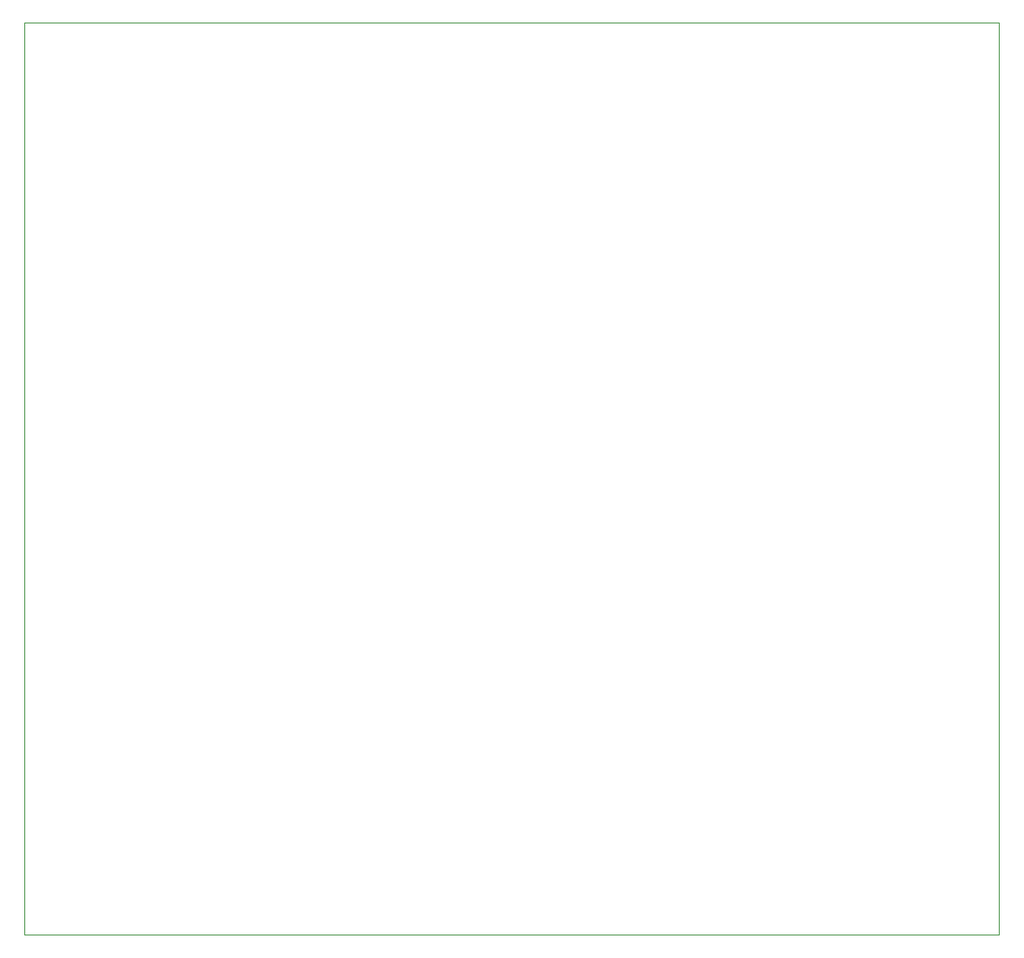
<source format=gbr>
%TF.GenerationSoftware,KiCad,Pcbnew,9.0.1*%
%TF.CreationDate,2025-06-18T20:44:56-03:00*%
%TF.ProjectId,buck_realimentada2,6275636b-5f72-4656-916c-696d656e7461,rev?*%
%TF.SameCoordinates,Original*%
%TF.FileFunction,Profile,NP*%
%FSLAX46Y46*%
G04 Gerber Fmt 4.6, Leading zero omitted, Abs format (unit mm)*
G04 Created by KiCad (PCBNEW 9.0.1) date 2025-06-18 20:44:56*
%MOMM*%
%LPD*%
G01*
G04 APERTURE LIST*
%TA.AperFunction,Profile*%
%ADD10C,0.050000*%
%TD*%
G04 APERTURE END LIST*
D10*
X193480000Y-146800000D02*
X193480000Y-57800000D01*
X193480000Y-57800000D02*
X98480000Y-57800000D01*
X98480000Y-57800000D02*
X98480000Y-146800000D01*
X98480000Y-146800000D02*
X193480000Y-146800000D01*
M02*

</source>
